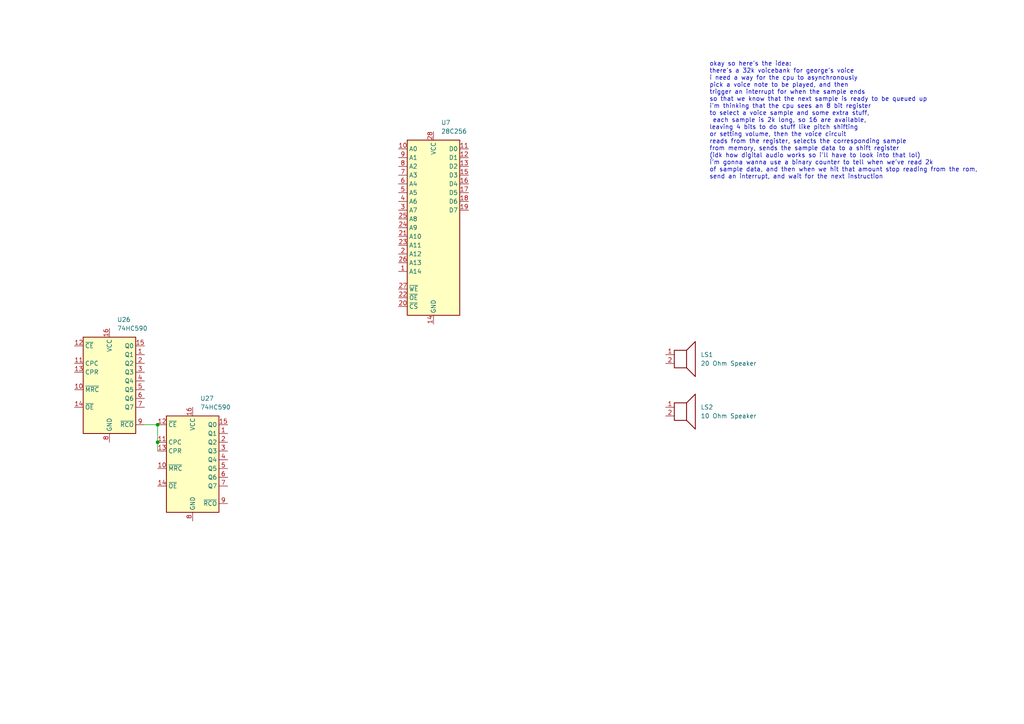
<source format=kicad_sch>
(kicad_sch (version 20230121) (generator eeschema)
  (paper "A4")
  (title_block (title "ʕ·ᴥ·ʔ-audio"))
  (lib_symbols
    (symbol "74xx:74HC590"
      (property "Reference" "U" (at -7.62 16.51 0))
      (property "Value" "74HC590" (at -7.62 -13.97 0))
      (symbol "74HC590_1_0"
        (pin tri_state line (at 10.16 10.16 180) (length 2.54) (name "Q1") (number "1"))
        (pin input line (at -10.16 0 0) (length 2.54) (name "~{MRC}") (number "10"))
        (pin input line (at -10.16 7.62 0) (length 2.54) (name "CPC") (number "11"))
        (pin input line (at -10.16 12.7 0) (length 2.54) (name "~{CE}") (number "12"))
        (pin input line (at -10.16 5.08 0) (length 2.54) (name "CPR") (number "13"))
        (pin input line (at -10.16 -5.08 0) (length 2.54) (name "~{OE}") (number "14"))
        (pin tri_state line (at 10.16 12.7 180) (length 2.54) (name "Q0") (number "15"))
        (pin power_in line (at 0 17.78 270) (length 2.54) (name "VCC") (number "16"))
        (pin tri_state line (at 10.16 7.62 180) (length 2.54) (name "Q2") (number "2"))
        (pin tri_state line (at 10.16 5.08 180) (length 2.54) (name "Q3") (number "3"))
        (pin tri_state line (at 10.16 2.54 180) (length 2.54) (name "Q4") (number "4"))
        (pin tri_state line (at 10.16 0 180) (length 2.54) (name "Q5") (number "5"))
        (pin tri_state line (at 10.16 -2.54 180) (length 2.54) (name "Q6") (number "6"))
        (pin tri_state line (at 10.16 -5.08 180) (length 2.54) (name "Q7") (number "7"))
        (pin power_in line (at 0 -15.24 90) (length 2.54) (name "GND") (number "8"))
        (pin output line (at 10.16 -10.16 180) (length 2.54) (name "~{RCO}") (number "9"))
      )
      (symbol "74HC590_1_1"
        (rectangle (start -7.62 15.24) (end 7.62 -12.7) (stroke (width 0.254)) (fill (type background)))
      )
    )
    (symbol "Device:Speaker" (pin_names (offset 0) hide)
      (property "Reference" "LS" (at 1.27 5.715 0))
      (property "Value" "Speaker" (at 1.27 3.81 0))
      (symbol "Speaker_0_0"
        (rectangle (start -2.54 1.27) (end 1.016 -3.81) (stroke (width 0.254)))
        (polyline (pts (xy 1.016 1.27) (xy 3.556 3.81) (xy 3.556 -6.35) (xy 1.016 -3.81)) (stroke (width 0.254)))
      )
      (symbol "Speaker_1_1"
        (pin input line (at -5.08 0 0) (length 2.54) (name "1") (number "1"))
        (pin input line (at -5.08 -2.54 0) (length 2.54) (name "2") (number "2"))
      )
    )
    (symbol "Memory_EEPROM:28C256"
      (property "Reference" "U" (at -7.62 26.67 0))
      (property "Value" "28C256" (at 2.54 -26.67 0))
      (symbol "28C256_1_1"
        (rectangle (start -7.62 25.4) (end 7.62 -25.4) (stroke (width 0.254)) (fill (type background)))
        (pin input line (at -10.16 -12.7 0) (length 2.54) (name "A14") (number "1"))
        (pin input line (at -10.16 22.86 0) (length 2.54) (name "A0") (number "10"))
        (pin tri_state line (at 10.16 22.86 180) (length 2.54) (name "D0") (number "11"))
        (pin tri_state line (at 10.16 20.32 180) (length 2.54) (name "D1") (number "12"))
        (pin tri_state line (at 10.16 17.78 180) (length 2.54) (name "D2") (number "13"))
        (pin power_in line (at 0 -27.94 90) (length 2.54) (name "GND") (number "14"))
        (pin tri_state line (at 10.16 15.24 180) (length 2.54) (name "D3") (number "15"))
        (pin tri_state line (at 10.16 12.7 180) (length 2.54) (name "D4") (number "16"))
        (pin tri_state line (at 10.16 10.16 180) (length 2.54) (name "D5") (number "17"))
        (pin tri_state line (at 10.16 7.62 180) (length 2.54) (name "D6") (number "18"))
        (pin tri_state line (at 10.16 5.08 180) (length 2.54) (name "D7") (number "19"))
        (pin input line (at -10.16 -7.62 0) (length 2.54) (name "A12") (number "2"))
        (pin input line (at -10.16 -22.86 0) (length 2.54) (name "~{CS}") (number "20"))
        (pin input line (at -10.16 -2.54 0) (length 2.54) (name "A10") (number "21"))
        (pin input line (at -10.16 -20.32 0) (length 2.54) (name "~{OE}") (number "22"))
        (pin input line (at -10.16 -5.08 0) (length 2.54) (name "A11") (number "23"))
        (pin input line (at -10.16 0 0) (length 2.54) (name "A9") (number "24"))
        (pin input line (at -10.16 2.54 0) (length 2.54) (name "A8") (number "25"))
        (pin input line (at -10.16 -10.16 0) (length 2.54) (name "A13") (number "26"))
        (pin input line (at -10.16 -17.78 0) (length 2.54) (name "~{WE}") (number "27"))
        (pin power_in line (at 0 27.94 270) (length 2.54) (name "VCC") (number "28"))
        (pin input line (at -10.16 5.08 0) (length 2.54) (name "A7") (number "3"))
        (pin input line (at -10.16 7.62 0) (length 2.54) (name "A6") (number "4"))
        (pin input line (at -10.16 10.16 0) (length 2.54) (name "A5") (number "5"))
        (pin input line (at -10.16 12.7 0) (length 2.54) (name "A4") (number "6"))
        (pin input line (at -10.16 15.24 0) (length 2.54) (name "A3") (number "7"))
        (pin input line (at -10.16 17.78 0) (length 2.54) (name "A2") (number "8"))
        (pin input line (at -10.16 20.32 0) (length 2.54) (name "A1") (number "9"))
      )
    )
  )
  (junction (at 45.72 128.27))
  (junction (at 45.72 123.19))
  (wire (pts (xy 45.72 123.19) (xy 45.72 128.27)))
  (wire (pts (xy 41.91 123.19) (xy 45.72 123.19)))
  (wire (pts (xy 45.72 128.27) (xy 45.72 130.81)))
  (text "okay so here's the idea: \nthere's a 32k voicebank for george's voice\ni need a way for the cpu to asynchronously\npick a voice note to be played, and then\ntrigger an interrupt for when the sample ends\nso that we know that the next sample is ready to be queued up\ni'm thinking that the cpu sees an 8 bit register\nto select a voice sample and some extra stuff,\n each sample is 2k long, so 16 are available, \nleaving 4 bits to do stuff like pitch shifting\nor setting volume, then the voice circuit \nreads from the register, selects the corresponding sample\nfrom memory, sends the sample data to a shift register\n(idk how digital audio works so i'll have to look into that lol)\ni'm gonna wanna use a binary counter to tell when we've read 2k\nof sample data, and then when we hit that amount stop reading from the rom,\nsend an interrupt, and wait for the next instruction" (at 205.74 52.07 0) (effects (font (size 1.27 1.27)) (justify left bottom)))
  (symbol (lib_id "74xx:74HC590") (at 55.88 135.89 0) (unit 1)
    (property "Reference" "U27" (at 58.0741 115.57 0) (effects (justify left)))
    (property "Value" "74HC590" (at 58.0741 118.11 0) (effects (justify left)))
    (property "Datasheet" "https://assets.nexperia.com/documents/data-sheet/74HC590.pdf" (effects hide))
  )
  (symbol (lib_id "Memory_EEPROM:28C256") (at 125.73 66.04 0) (unit 1)
    (property "Reference" "U7" (at 127.9241 35.56 0) (effects (justify left)))
    (property "Value" "28C256" (at 127.9241 38.1 0) (effects (justify left)))
    (property "Footprint" "Package_DIP:DIP-28_W15.24mm" (effects hide))
    (property "Datasheet" "http://ww1.microchip.com/downloads/en/DeviceDoc/doc0006.pdf" (effects hide))
    (instances (project "george" (path "" (reference "U7") (unit 1)) (path "" (reference "U19") (unit 1))))
  )
  (symbol (lib_id "Device:Speaker") (at 198.12 118.11 0) (unit 1)
    (property "Reference" "LS2" (at 203.2 118.11 0) (effects (justify left)))
    (property "Value" "10 Ohm Speaker" (at 203.2 120.65 0) (effects (justify left)))
  )
  (symbol (lib_id "Device:Speaker") (at 198.12 102.87 0) (unit 1)
    (property "Reference" "LS1" (at 203.2 102.87 0) (effects (justify left)))
    (property "Value" "20 Ohm Speaker" (at 203.2 105.41 0) (effects (justify left)))
  )
  (symbol (lib_id "74xx:74HC590") (at 31.75 113.03 0) (unit 1)
    (property "Reference" "U26" (at 33.9441 92.71 0) (effects (justify left)))
    (property "Value" "74HC590" (at 33.9441 95.25 0) (effects (justify left)))
    (property "Datasheet" "https://assets.nexperia.com/documents/data-sheet/74HC590.pdf" (effects hide))
  )
)
</source>
